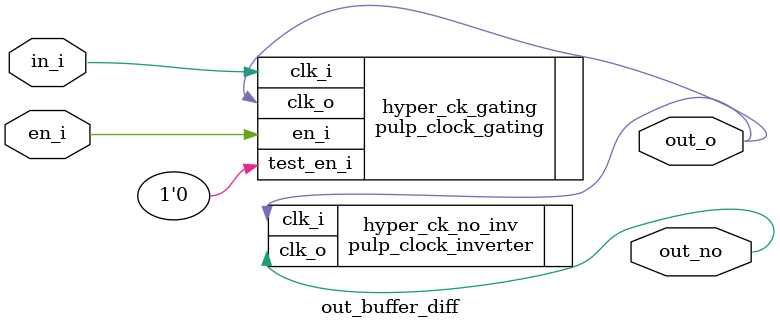
<source format=sv>
`timescale 1ns / 1ps

module out_buffer_diff
(
    input  logic in_i,
    input  logic en_i, //high enable
    output logic out_o,
    output logic out_no
);

    pulp_clock_gating hyper_ck_gating (
        .clk_i     ( in_i  ),
        .en_i      ( en_i  ),
        .test_en_i ( 1'b0  ),
        .clk_o     ( out_o )
    ); 

    pulp_clock_inverter hyper_ck_no_inv (
        .clk_i ( out_o  ),
        .clk_o ( out_no )
    );
    
endmodule

</source>
